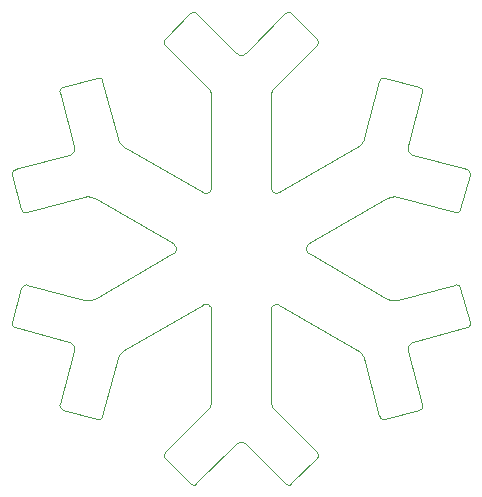
<source format=gm1>
%TF.GenerationSoftware,KiCad,Pcbnew,(6.0.2)*%
%TF.CreationDate,2022-03-14T21:43:42+00:00*%
%TF.ProjectId,snowflake-brooch,736e6f77-666c-4616-9b65-2d62726f6f63,rev?*%
%TF.SameCoordinates,Original*%
%TF.FileFunction,Profile,NP*%
%FSLAX46Y46*%
G04 Gerber Fmt 4.6, Leading zero omitted, Abs format (unit mm)*
G04 Created by KiCad (PCBNEW (6.0.2)) date 2022-03-14 21:43:42*
%MOMM*%
%LPD*%
G01*
G04 APERTURE LIST*
%ADD10C,0.090000*%
G04 APERTURE END LIST*
D10*
X163361116Y-72882420D02*
X163326769Y-72966667D01*
X163262133Y-73049793D01*
X163177618Y-73110040D01*
X163079226Y-73143942D01*
X162972963Y-73148033D01*
X162918755Y-73137817D01*
X164145766Y-69954068D02*
X163361116Y-72882420D01*
X163890369Y-69511707D02*
X163974616Y-69546053D01*
X164057741Y-69610689D01*
X164117988Y-69695204D01*
X164151890Y-69793596D01*
X164155982Y-69899859D01*
X164145766Y-69954068D01*
X159342428Y-68293090D02*
X163890369Y-69511707D01*
X158908799Y-67542023D02*
X158891452Y-67634060D01*
X158888231Y-67725304D01*
X158904637Y-67843527D01*
X158943102Y-67955055D01*
X159001883Y-68056866D01*
X159079236Y-68145941D01*
X159173417Y-68219261D01*
X159254047Y-68262093D01*
X159342428Y-68293090D01*
X160127416Y-62994082D02*
X158908799Y-67542023D01*
X159872019Y-62551722D02*
X159956266Y-62586067D01*
X160039392Y-62650703D01*
X160099639Y-62735219D01*
X160133541Y-62833610D01*
X160137632Y-62939874D01*
X160127416Y-62994082D01*
X156943667Y-61767072D02*
X159872019Y-62551722D01*
X156501306Y-62022469D02*
X156535652Y-61938221D01*
X156600288Y-61855096D01*
X156684803Y-61794849D01*
X156783195Y-61760947D01*
X156889458Y-61756855D01*
X156943667Y-61767072D01*
X155199578Y-66880583D02*
X156501306Y-62022469D01*
X154644230Y-67604327D02*
X154743337Y-67540372D01*
X154834992Y-67467500D01*
X154918680Y-67386381D01*
X154993884Y-67297687D01*
X155060092Y-67202089D01*
X155116786Y-67100258D01*
X155163453Y-66992866D01*
X155199578Y-66880583D01*
X148021696Y-71427848D02*
X154644230Y-67604327D01*
X147291957Y-71006533D02*
X147302245Y-71107927D01*
X147331508Y-71200527D01*
X147377339Y-71282944D01*
X147437334Y-71353789D01*
X147509088Y-71411673D01*
X147590195Y-71455209D01*
X147678250Y-71483007D01*
X147770848Y-71493678D01*
X147865584Y-71485835D01*
X147960053Y-71458089D01*
X148021696Y-71427848D01*
X147291957Y-63359490D02*
X147291957Y-71006533D01*
X147641063Y-62516672D02*
X147561885Y-62604098D01*
X147492213Y-62698209D01*
X147432373Y-62798223D01*
X147382686Y-62903360D01*
X147343478Y-63012836D01*
X147315071Y-63125871D01*
X147297789Y-63241682D01*
X147291957Y-63359490D01*
X151197449Y-58960286D02*
X147641063Y-62516672D01*
X151197449Y-58449492D02*
X151253236Y-58521360D01*
X151292907Y-58618899D01*
X151302824Y-58722215D01*
X151282989Y-58824375D01*
X151233400Y-58918448D01*
X151197449Y-58960286D01*
X149053747Y-56305789D02*
X151197449Y-58449492D01*
X148542953Y-56305789D02*
X148614820Y-56250001D01*
X148712359Y-56210330D01*
X148815675Y-56200413D01*
X148917836Y-56220248D01*
X149011909Y-56269837D01*
X149053747Y-56305789D01*
X145213629Y-59635113D02*
X148542953Y-56305789D01*
X144346372Y-59635113D02*
X144417405Y-59696154D01*
X144494814Y-59744566D01*
X144605401Y-59789469D01*
X144721219Y-59811921D01*
X144838780Y-59811921D01*
X144954598Y-59789469D01*
X145065185Y-59744566D01*
X145142595Y-59696154D01*
X145213629Y-59635113D01*
X141017048Y-56305789D02*
X144346372Y-59635113D01*
X140506254Y-56305789D02*
X140578122Y-56250001D01*
X140675661Y-56210330D01*
X140778977Y-56200413D01*
X140881137Y-56220248D01*
X140975210Y-56269837D01*
X141017048Y-56305789D01*
X138362551Y-58449492D02*
X140506254Y-56305789D01*
X138362551Y-58960286D02*
X138306763Y-58888417D01*
X138267092Y-58790878D01*
X138257175Y-58687562D01*
X138277010Y-58585402D01*
X138326599Y-58491329D01*
X138362551Y-58449492D01*
X141918937Y-62516672D02*
X138362551Y-58960286D01*
X142268043Y-63359490D02*
X142262210Y-63241682D01*
X142244928Y-63125871D01*
X142216521Y-63012836D01*
X142177313Y-62903360D01*
X142127626Y-62798223D01*
X142067786Y-62698209D01*
X141998114Y-62604098D01*
X141918937Y-62516672D01*
X142268043Y-71006533D02*
X142268043Y-63359490D01*
X141538304Y-71427848D02*
X141631258Y-71469635D01*
X141726083Y-71490593D01*
X141820374Y-71492110D01*
X141911725Y-71475575D01*
X141997731Y-71442377D01*
X142075987Y-71393904D01*
X142144089Y-71331545D01*
X142199630Y-71256689D01*
X142240205Y-71170723D01*
X142263410Y-71075037D01*
X142268043Y-71006533D01*
X134915770Y-67604327D02*
X141538304Y-71427848D01*
X134360422Y-66880583D02*
X134396546Y-66992866D01*
X134443213Y-67100258D01*
X134499907Y-67202089D01*
X134566115Y-67297687D01*
X134641319Y-67386381D01*
X134725007Y-67467500D01*
X134816662Y-67540372D01*
X134915770Y-67604327D01*
X133058694Y-62022469D02*
X134360422Y-66880583D01*
X132616334Y-61767072D02*
X132706467Y-61754693D01*
X132810773Y-61769106D01*
X132905206Y-61812176D01*
X132983762Y-61880434D01*
X133040437Y-61970415D01*
X133058694Y-62022469D01*
X129687981Y-62551722D02*
X132616334Y-61767072D01*
X129432584Y-62994082D02*
X129420205Y-62903948D01*
X129434618Y-62799642D01*
X129477688Y-62705209D01*
X129545946Y-62626653D01*
X129635927Y-62569978D01*
X129687981Y-62551722D01*
X130651201Y-67542023D02*
X129432584Y-62994082D01*
X130217573Y-68293090D02*
X130305952Y-68262093D01*
X130386583Y-68219261D01*
X130480764Y-68145941D01*
X130558116Y-68056866D01*
X130616897Y-67955055D01*
X130655362Y-67843527D01*
X130671768Y-67725304D01*
X130668547Y-67634060D01*
X130651201Y-67542023D01*
X125669632Y-69511707D02*
X130217573Y-68293090D01*
X125414235Y-69954068D02*
X125401855Y-69863934D01*
X125416269Y-69759627D01*
X125459338Y-69665194D01*
X125527596Y-69586638D01*
X125617578Y-69529963D01*
X125669632Y-69511707D01*
X126198884Y-72882420D02*
X125414235Y-69954068D01*
X126641245Y-73137817D02*
X126551111Y-73150196D01*
X126446805Y-73135782D01*
X126352371Y-73092713D01*
X126273815Y-73024455D01*
X126217140Y-72934473D01*
X126198884Y-72882420D01*
X131499359Y-71836090D02*
X126641245Y-73137817D01*
X132403813Y-71955163D02*
X132298872Y-71901310D01*
X132189936Y-71858371D01*
X132077841Y-71826454D01*
X131963428Y-71805672D01*
X131847534Y-71796134D01*
X131730999Y-71797951D01*
X131614661Y-71811232D01*
X131499359Y-71836090D01*
X139026347Y-75778685D02*
X132403813Y-71955163D01*
X139026347Y-76621316D02*
X139109012Y-76561708D01*
X139174575Y-76490066D01*
X139223034Y-76409166D01*
X139254390Y-76321786D01*
X139268643Y-76230703D01*
X139265793Y-76138695D01*
X139245839Y-76048538D01*
X139208782Y-75963010D01*
X139154621Y-75884888D01*
X139083357Y-75816948D01*
X139026347Y-75778685D01*
X132403813Y-80444837D02*
X139026347Y-76621316D01*
X131499359Y-80563911D02*
X131614661Y-80588767D01*
X131730999Y-80602049D01*
X131847534Y-80603865D01*
X131963428Y-80594327D01*
X132077841Y-80573545D01*
X132189936Y-80541628D01*
X132298872Y-80498689D01*
X132403813Y-80444837D01*
X126641245Y-79262183D02*
X131499359Y-80563911D01*
X126198884Y-79517580D02*
X126233230Y-79433332D01*
X126297866Y-79350207D01*
X126382382Y-79289960D01*
X126480773Y-79256058D01*
X126587037Y-79251966D01*
X126641245Y-79262183D01*
X125414235Y-82445933D02*
X126198884Y-79517580D01*
X125669632Y-82888294D02*
X125585384Y-82853947D01*
X125502258Y-82789311D01*
X125442011Y-82704795D01*
X125408109Y-82606404D01*
X125404018Y-82500140D01*
X125414235Y-82445933D01*
X130217573Y-84106911D02*
X125669632Y-82888294D01*
X130651201Y-84857977D02*
X130668547Y-84765939D01*
X130671768Y-84674695D01*
X130655362Y-84556472D01*
X130616897Y-84444945D01*
X130558116Y-84343134D01*
X130480764Y-84254058D01*
X130386583Y-84180739D01*
X130305952Y-84137907D01*
X130217573Y-84106911D01*
X129432584Y-89405918D02*
X130651201Y-84857977D01*
X129687981Y-89848279D02*
X129603733Y-89813932D01*
X129520608Y-89749296D01*
X129460361Y-89664781D01*
X129426459Y-89566389D01*
X129422367Y-89460126D01*
X129432584Y-89405918D01*
X132616334Y-90632929D02*
X129687981Y-89848279D01*
X133058694Y-90377531D02*
X133024348Y-90461778D01*
X132959712Y-90544904D01*
X132875196Y-90605151D01*
X132776805Y-90639053D01*
X132670541Y-90643145D01*
X132616334Y-90632929D01*
X134360422Y-85519418D02*
X133058694Y-90377531D01*
X134915770Y-84795674D02*
X134816662Y-84859628D01*
X134725007Y-84932500D01*
X134641319Y-85013619D01*
X134566115Y-85102313D01*
X134499907Y-85197910D01*
X134443213Y-85299741D01*
X134396546Y-85407134D01*
X134360422Y-85519418D01*
X141538304Y-80972152D02*
X134915770Y-84795674D01*
X142268043Y-81393467D02*
X142257754Y-81292072D01*
X142228491Y-81199472D01*
X142182660Y-81117056D01*
X142122665Y-81046211D01*
X142050911Y-80988326D01*
X141969805Y-80944791D01*
X141881750Y-80916993D01*
X141789152Y-80906321D01*
X141694415Y-80914164D01*
X141599947Y-80941911D01*
X141538304Y-80972152D01*
X142268043Y-89040511D02*
X142268043Y-81393467D01*
X141918937Y-89883329D02*
X141998114Y-89795902D01*
X142067786Y-89701791D01*
X142127626Y-89601776D01*
X142177313Y-89496640D01*
X142216521Y-89387164D01*
X142244928Y-89274129D01*
X142262210Y-89158318D01*
X142268043Y-89040511D01*
X138362551Y-93439715D02*
X141918937Y-89883329D01*
X138362551Y-93950509D02*
X138306763Y-93878640D01*
X138267092Y-93781101D01*
X138257175Y-93677785D01*
X138277010Y-93575624D01*
X138326599Y-93481551D01*
X138362551Y-93439715D01*
X140506254Y-96094211D02*
X138362551Y-93950509D01*
X141017048Y-96094211D02*
X140945179Y-96149998D01*
X140847640Y-96189669D01*
X140744324Y-96199586D01*
X140642164Y-96179751D01*
X140548091Y-96130162D01*
X140506254Y-96094211D01*
X144346372Y-92764888D02*
X141017048Y-96094211D01*
X145213629Y-92764888D02*
X145142595Y-92703846D01*
X145065185Y-92655434D01*
X144954598Y-92610531D01*
X144838780Y-92588079D01*
X144721219Y-92588079D01*
X144605401Y-92610531D01*
X144494814Y-92655434D01*
X144417405Y-92703846D01*
X144346372Y-92764888D01*
X148542953Y-96094211D02*
X145213629Y-92764888D01*
X149053747Y-96094211D02*
X148981878Y-96149998D01*
X148884339Y-96189669D01*
X148781023Y-96199586D01*
X148678862Y-96179751D01*
X148584789Y-96130162D01*
X148542953Y-96094211D01*
X151197449Y-93950509D02*
X149053747Y-96094211D01*
X151197449Y-93439715D02*
X151253236Y-93511582D01*
X151292907Y-93609121D01*
X151302824Y-93712437D01*
X151282989Y-93814598D01*
X151233400Y-93908671D01*
X151197449Y-93950509D01*
X147641063Y-89883329D02*
X151197449Y-93439715D01*
X147291957Y-89040511D02*
X147297789Y-89158318D01*
X147315071Y-89274129D01*
X147343478Y-89387164D01*
X147382686Y-89496640D01*
X147432373Y-89601776D01*
X147492213Y-89701791D01*
X147561885Y-89795902D01*
X147641063Y-89883329D01*
X147291957Y-81393467D02*
X147291957Y-89040511D01*
X148021696Y-80972152D02*
X147928741Y-80930365D01*
X147833916Y-80909407D01*
X147739626Y-80907890D01*
X147648275Y-80924425D01*
X147562268Y-80957623D01*
X147484012Y-81006095D01*
X147415911Y-81068454D01*
X147360370Y-81143311D01*
X147319794Y-81229276D01*
X147296589Y-81324962D01*
X147291957Y-81393467D01*
X154644230Y-84795674D02*
X148021696Y-80972152D01*
X155199578Y-85519418D02*
X155163453Y-85407134D01*
X155116786Y-85299741D01*
X155060092Y-85197910D01*
X154993884Y-85102313D01*
X154918680Y-85013619D01*
X154834992Y-84932500D01*
X154743337Y-84859628D01*
X154644230Y-84795674D01*
X156501306Y-90377531D02*
X155199578Y-85519418D01*
X156943667Y-90632929D02*
X156853533Y-90645307D01*
X156749226Y-90630893D01*
X156654793Y-90587824D01*
X156576237Y-90519566D01*
X156519562Y-90429584D01*
X156501306Y-90377531D01*
X159872019Y-89848279D02*
X156943667Y-90632929D01*
X160127416Y-89405918D02*
X160139795Y-89496051D01*
X160125381Y-89600358D01*
X160082312Y-89694791D01*
X160014054Y-89773347D01*
X159924072Y-89830022D01*
X159872019Y-89848279D01*
X158908799Y-84857977D02*
X160127416Y-89405918D01*
X159342428Y-84106911D02*
X159254047Y-84137907D01*
X159173417Y-84180739D01*
X159079236Y-84254058D01*
X159001883Y-84343134D01*
X158943102Y-84444945D01*
X158904637Y-84556472D01*
X158888231Y-84674695D01*
X158891452Y-84765939D01*
X158908799Y-84857977D01*
X163890369Y-82888294D02*
X159342428Y-84106911D01*
X164145766Y-82445933D02*
X164158144Y-82536066D01*
X164143731Y-82640372D01*
X164100661Y-82734806D01*
X164032403Y-82813362D01*
X163942422Y-82870037D01*
X163890369Y-82888294D01*
X163361116Y-79517580D02*
X164145766Y-82445933D01*
X162918755Y-79262183D02*
X163008888Y-79249804D01*
X163113195Y-79264217D01*
X163207628Y-79307287D01*
X163286184Y-79375545D01*
X163342859Y-79465526D01*
X163361116Y-79517580D01*
X158060642Y-80563911D02*
X162918755Y-79262183D01*
X157156187Y-80444837D02*
X157261127Y-80498689D01*
X157370063Y-80541628D01*
X157482158Y-80573545D01*
X157596571Y-80594327D01*
X157712465Y-80603865D01*
X157829000Y-80602049D01*
X157945339Y-80588767D01*
X158060642Y-80563911D01*
X150533653Y-76621316D02*
X157156187Y-80444837D01*
X150533653Y-75778685D02*
X150450987Y-75838292D01*
X150385424Y-75909934D01*
X150336965Y-75990833D01*
X150305609Y-76078213D01*
X150291356Y-76169296D01*
X150294206Y-76261304D01*
X150314160Y-76351461D01*
X150351217Y-76436990D01*
X150405378Y-76515112D01*
X150476642Y-76583051D01*
X150533653Y-76621316D01*
X157156187Y-71955163D02*
X150533653Y-75778685D01*
X158060642Y-71836090D02*
X157945339Y-71811232D01*
X157829000Y-71797951D01*
X157712465Y-71796134D01*
X157596571Y-71805672D01*
X157482158Y-71826454D01*
X157370063Y-71858371D01*
X157261127Y-71901310D01*
X157156187Y-71955163D01*
X162918755Y-73137817D02*
X158060642Y-71836090D01*
M02*

</source>
